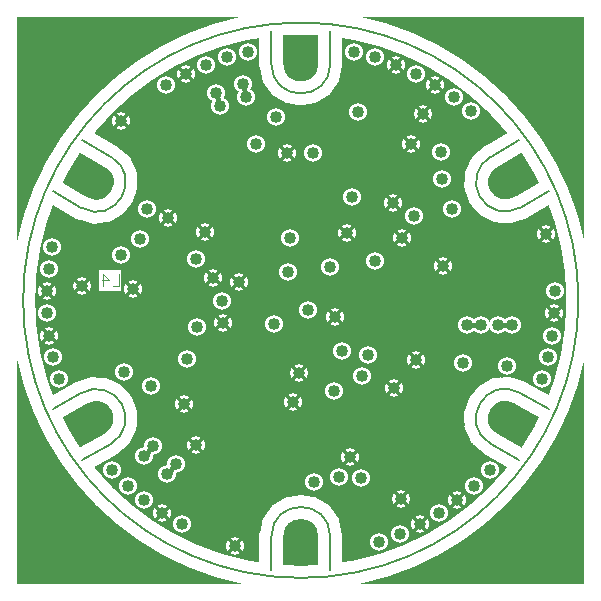
<source format=gbr>
G04 start of page 3 for group 1 idx 3
G04 Title: RADE, solder *
G04 Creator: pcb-bin 20060822 *
G04 CreationDate: Tue Dec 12 12:58:33 2006 UTC *
G04 For: stephan *
G04 Format: Gerber/RS-274X *
G04 PCB-Dimensions: 236220 236220 *
G04 PCB-Coordinate-Origin: lower left *
%MOIN*%
%FSLAX24Y24*%
%LNGROUP1*%
%ADD11C,0.0200*%
%ADD12C,0.0800*%
%ADD13C,0.0359*%
%ADD14C,0.0600*%
%ADD15C,0.0594*%
%ADD16C,0.0120*%
%ADD17C,0.0118*%
%ADD18C,0.0080*%
%ADD19C,0.0159*%
%ADD20C,0.0040*%
%ADD21C,0.0400*%
%ADD22C,0.0394*%
%ADD23C,0.0160*%
%ADD24C,0.0157*%
G54D11*G36*
X2362Y12125D02*X5826D01*
Y12834D01*
X5098D01*
Y12125D01*
X2362D01*
Y21259D01*
X21259D01*
Y2362D01*
X2362D01*
Y12125D01*
G37*
G54D12*%LNGROUP1_C1*%
%LPC*%
X20078Y15447D02*X19122Y14895D01*
X20078Y8174D02*X19122Y8726D01*
X19093Y6469D02*X18138Y7021D01*
X19093Y17152D02*X18138Y16600D01*
G54D13*X18385Y10984D02*X18838D01*
X17362D02*X17815D01*
G54D12*X12795Y2833D02*Y3937D01*
X10826Y2833D02*Y3937D01*
G54D13*X6574Y6614D02*X6889Y6948D01*
X7657Y6358D02*X7342Y6023D01*
G54D12*X4528Y6469D02*X5484Y7021D01*
X3543Y8174D02*X4499Y8726D01*
X12795Y20788D02*Y19685D01*
X10826Y20788D02*Y19685D01*
G54D13*X9980Y18582D02*X9881Y19015D01*
G54D12*X4528Y17152D02*X5484Y16600D01*
G54D13*X8996Y18720D02*X9114Y18287D01*
G54D12*X3543Y15447D02*X4499Y14895D01*
X19120Y8723D02*G75*G03X18139Y7024I-490J-849D01*G01*
X12792Y3937D02*G75*G03X10829Y3937I-981J0D01*G01*
Y19685D02*G75*G03X12792Y19685I981J0D01*G01*
X18139Y16597D02*G75*G03X19120Y14898I490J-849D01*G01*
X5482Y7024D02*G75*G03X4501Y8723I-490J849D01*G01*
X4501Y14898D02*G75*G03X5482Y16597I490J849D01*G01*
X2555Y11811D02*G75*G03X2555Y11811I9255J0D01*G01*
G54D14*X16555Y12952D03*
X16850Y14862D03*
X16515Y15866D03*
X16496Y16751D03*
X15177Y13897D03*
X14291Y13129D03*
X13346Y14055D03*
X13818Y5885D03*
X12913Y8779D03*
G54D15*X15157Y5196D03*
G54D14*X13464Y6574D03*
X13090Y5925D03*
X12244Y5748D03*
X17815Y10984D03*
X17362D03*
X18838D03*
X18385D03*
X18681Y9606D03*
X17204Y9724D03*
X12952Y11259D03*
X12775Y12913D03*
X12047Y11476D03*
X15649Y9822D03*
X14901Y8877D03*
X14055Y9980D03*
X13858Y9291D03*
X13188Y10118D03*
G54D15*X11752Y9389D03*
G54D14*X15590Y14625D03*
X15492Y17007D03*
X13720Y18090D03*
X14881Y15059D03*
X13523Y15255D03*
X12224Y16712D03*
X11358Y16712D03*
G54D15*X15885Y18031D03*
G54D14*X10984Y17933D03*
X10315Y17027D03*
X9881Y19015D03*
X9114Y18287D03*
X9980Y18582D03*
X8996Y18720D03*
X11437Y13878D03*
X11397Y12736D03*
X9744Y12401D03*
X9212Y11062D03*
X9173Y11771D03*
X8346Y10925D03*
X6811Y8937D03*
X8897Y12559D03*
X8621Y14074D03*
X8307Y13169D03*
X7381Y14566D03*
X6692Y14842D03*
X10925Y11023D03*
X6437Y13858D03*
X11555Y8405D03*
X8031Y9842D03*
X7933Y8346D03*
X8307Y6968D03*
X7342Y6023D03*
X6889Y6948D03*
X7657Y6358D03*
X6574Y6614D03*
X5905Y9429D03*
X6220Y12184D03*
X5826Y13326D03*
G54D15*X4507Y12283D03*
G54D14*X20058Y9906D03*
X20264Y11368D03*
X20270Y12106D03*
X20193Y10633D03*
X19861Y9195D03*
X17583Y5620D03*
X18101Y6147D03*
X17022Y5140D03*
X16421Y4712D03*
X15784Y4337D03*
X15118Y4019D03*
X14426Y3760D03*
X6599Y5140D03*
X7200Y4712D03*
X7837Y4337D03*
X6038Y5620D03*
X9620Y3634D03*
X5520Y6147D03*
X19987Y14001D03*
X17474Y18101D03*
X16905Y18571D03*
X16296Y18989D03*
X15653Y19353D03*
X14981Y19659D03*
X14285Y19905D03*
X13570Y20090D03*
X10051D03*
X9336Y19905D03*
X8640Y19659D03*
X7968Y19353D03*
X7325Y18989D03*
X5825Y17796D03*
X3531Y13570D03*
X3409Y12842D03*
X3760Y9195D03*
X3563Y9906D03*
X3428Y10633D03*
X3358Y11368D03*
X3351Y12106D03*
G54D16*%LNGROUP1_D2*%
%LPD*%
X20051Y11580D02*X20476Y11155D01*
X20051D02*X20476Y11580D01*
X16810Y5353D02*X17234Y4928D01*
X16810D02*X17234Y5353D01*
X15572Y4549D02*X15997Y4125D01*
X15572D02*X15997Y4549D01*
X6988Y4924D02*X7413Y4499D01*
X6988D02*X7413Y4924D01*
X9408Y3847D02*X9832Y3422D01*
X9408D02*X9832Y3847D01*
X19775Y14214D02*X20199Y13789D01*
X19775D02*X20199Y14214D01*
X16084Y19201D02*X16508Y18777D01*
X16084D02*X16508Y19201D01*
X14769Y19871D02*X15194Y19447D01*
X14769D02*X15194Y19871D01*
X7756Y19565D02*X8180Y19140D01*
X7756D02*X8180Y19565D01*
X5613Y18008D02*X6037Y17584D01*
X5613D02*X6037Y18008D01*
X3216Y10845D02*X3641Y10420D01*
X3216D02*X3641Y10845D01*
X3139Y12318D02*X3563Y11894D01*
X3139D02*X3563Y12318D01*
X16342Y13164D02*X16767Y12740D01*
X16342D02*X16767Y13164D01*
X14964Y14109D02*X15389Y13685D01*
X14964D02*X15389Y14109D01*
X13134Y14267D02*X13558Y13843D01*
X13134D02*X13558Y14267D01*
G54D17*X14947Y5406D02*X15367Y4986D01*
X14947D02*X15367Y5406D01*
G54D16*X13252Y6787D02*X13676Y6362D01*
X13252D02*X13676Y6787D01*
X12740Y11472D02*X13165Y11047D01*
X12740D02*X13165Y11472D01*
X15437Y10035D02*X15861Y9610D01*
X15437D02*X15861Y10035D01*
X14689Y9090D02*X15113Y8665D01*
X14689D02*X15113Y9090D01*
G54D17*X11542Y9599D02*X11961Y9179D01*
X11542D02*X11961Y9599D01*
G54D16*X15279Y17220D02*X15704Y16795D01*
X15279D02*X15704Y17220D01*
X14669Y15271D02*X15094Y14846D01*
X14669D02*X15094Y15271D01*
X11146Y16924D02*X11570Y16500D01*
X11146D02*X11570Y16924D01*
G54D17*X15675Y18241D02*X16095Y17821D01*
X15675D02*X16095Y18241D01*
G54D16*X9531Y12613D02*X9956Y12189D01*
X9531D02*X9956Y12613D01*
X9000Y11275D02*X9424Y10850D01*
X9000D02*X9424Y11275D01*
X8685Y12771D02*X9109Y12346D01*
X8685D02*X9109Y12771D01*
X8409Y14287D02*X8834Y13862D01*
X8409D02*X8834Y14287D01*
X7169Y14779D02*X7594Y14354D01*
X7169D02*X7594Y14779D01*
X11342Y8617D02*X11767Y8193D01*
X11342D02*X11767Y8617D01*
X7720Y8558D02*X8145Y8134D01*
X7720D02*X8145Y8558D01*
X8094Y7180D02*X8519Y6756D01*
X8094D02*X8519Y7180D01*
X6008Y12397D02*X6432Y11972D01*
X6008D02*X6432Y12397D01*
G54D17*X4298Y12493D02*X4717Y12073D01*
X4298D02*X4717Y12493D01*
G54D18*X20078Y15447D02*X19122Y14895D01*
X20078Y8174D02*X19122Y8726D01*
X19093Y6469D02*X18138Y7021D01*
X19093Y17152D02*X18138Y16600D01*
G54D19*X18385Y10984D02*X18838D01*
X17362D02*X17815D01*
G54D18*X12795Y2833D02*Y3937D01*
X10826Y2833D02*Y3937D01*
G54D19*X6574Y6614D02*X6889Y6948D01*
X7657Y6358D02*X7342Y6023D01*
G54D18*X4528Y6469D02*X5484Y7021D01*
X3543Y8174D02*X4499Y8726D01*
X12795Y20788D02*Y19685D01*
X10826Y20788D02*Y19685D01*
G54D19*X9980Y18582D02*X9881Y19015D01*
G54D18*X4528Y17152D02*X5484Y16600D01*
G54D19*X8996Y18720D02*X9114Y18287D01*
G54D18*X3543Y15447D02*X4499Y14895D01*
X19120Y8723D02*G75*G03X18139Y7024I-490J-849D01*G01*
X12792Y3937D02*G75*G03X10829Y3937I-981J0D01*G01*
Y19685D02*G75*G03X12792Y19685I981J0D01*G01*
X18139Y16597D02*G75*G03X19120Y14898I490J-849D01*G01*
X5482Y7024D02*G75*G03X4501Y8723I-490J849D01*G01*
X4501Y14898D02*G75*G03X5482Y16597I490J849D01*G01*
X2555Y11811D02*G75*G03X2555Y11811I9255J0D01*G01*
G54D20*X5748Y12275D02*Y12675D01*
X5548Y12275D02*X5748D01*
X5428Y12475D02*X5228Y12675D01*
X5178Y12475D02*X5428D01*
X5228Y12275D02*Y12675D01*
G54D21*X20058Y9906D03*
X20264Y11368D03*
X20270Y12106D03*
X20193Y10633D03*
X19861Y9195D03*
X17583Y5620D03*
X18101Y6147D03*
X17022Y5140D03*
X16421Y4712D03*
X15784Y4337D03*
X15118Y4019D03*
X14426Y3760D03*
X6599Y5140D03*
X7200Y4712D03*
X7837Y4337D03*
X6038Y5620D03*
X9620Y3634D03*
X5520Y6147D03*
X19987Y14001D03*
X17474Y18101D03*
X16905Y18571D03*
X16296Y18989D03*
X15653Y19353D03*
X14981Y19659D03*
X14285Y19905D03*
X13570Y20090D03*
X10051D03*
X9336Y19905D03*
X8640Y19659D03*
X7968Y19353D03*
X7325Y18989D03*
X5825Y17796D03*
X3531Y13570D03*
X3409Y12842D03*
X3760Y9195D03*
X3563Y9906D03*
X3428Y10633D03*
X3358Y11368D03*
X3351Y12106D03*
X16555Y12952D03*
X16850Y14862D03*
X16515Y15866D03*
X16496Y16751D03*
X15177Y13897D03*
X14291Y13129D03*
X13346Y14055D03*
X13818Y5885D03*
X12913Y8779D03*
G54D22*X15157Y5196D03*
G54D21*X13464Y6574D03*
X13090Y5925D03*
X12244Y5748D03*
X17815Y10984D03*
X17362D03*
X18838D03*
X18385D03*
X18681Y9606D03*
X17204Y9724D03*
X12952Y11259D03*
X12775Y12913D03*
X12047Y11476D03*
X15649Y9822D03*
X14901Y8877D03*
X14055Y9980D03*
X13858Y9291D03*
X13188Y10118D03*
G54D22*X11752Y9389D03*
G54D21*X15590Y14625D03*
X15492Y17007D03*
X13720Y18090D03*
X14881Y15059D03*
X13523Y15255D03*
X12224Y16712D03*
X11358Y16712D03*
G54D22*X15885Y18031D03*
G54D21*X10984Y17933D03*
X10315Y17027D03*
X9881Y19015D03*
X9114Y18287D03*
X9980Y18582D03*
X8996Y18720D03*
X11437Y13878D03*
X11397Y12736D03*
X9744Y12401D03*
X9212Y11062D03*
X9173Y11771D03*
X8346Y10925D03*
X6811Y8937D03*
X8897Y12559D03*
X8621Y14074D03*
X8307Y13169D03*
X7381Y14566D03*
X6692Y14842D03*
X10925Y11023D03*
X6437Y13858D03*
X11555Y8405D03*
X8031Y9842D03*
X7933Y8346D03*
X8307Y6968D03*
X7342Y6023D03*
X6889Y6948D03*
X7657Y6358D03*
X6574Y6614D03*
X5905Y9429D03*
X6220Y12184D03*
X5826Y13326D03*
G54D22*X4507Y12283D03*
G54D23*%LNGROUP1_C3*%
%LPC*%
G54D24*G54D23*G54D24*G54D23*G54D24*G54D23*G54D24*M02*

</source>
